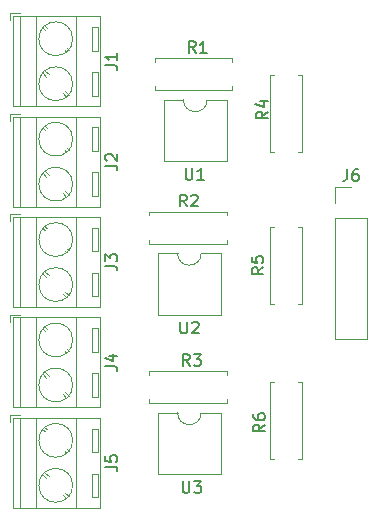
<source format=gbr>
%TF.GenerationSoftware,KiCad,Pcbnew,(5.1.10)-1*%
%TF.CreationDate,2022-01-14T08:13:24+01:00*%
%TF.ProjectId,SimpleGRBLEndSwich,53696d70-6c65-4475-9242-4c456e645377,rev?*%
%TF.SameCoordinates,PX4a62f80PY57bcf00*%
%TF.FileFunction,Legend,Top*%
%TF.FilePolarity,Positive*%
%FSLAX46Y46*%
G04 Gerber Fmt 4.6, Leading zero omitted, Abs format (unit mm)*
G04 Created by KiCad (PCBNEW (5.1.10)-1) date 2022-01-14 08:13:24*
%MOMM*%
%LPD*%
G01*
G04 APERTURE LIST*
%ADD10C,0.120000*%
%ADD11C,0.150000*%
G04 APERTURE END LIST*
D10*
%TO.C,U2*%
X27960000Y23330000D02*
X26310000Y23330000D01*
X27960000Y18130000D02*
X27960000Y23330000D01*
X22660000Y18130000D02*
X27960000Y18130000D01*
X22660000Y23330000D02*
X22660000Y18130000D01*
X24310000Y23330000D02*
X22660000Y23330000D01*
X26310000Y23330000D02*
G75*
G02*
X24310000Y23330000I-1000000J0D01*
G01*
%TO.C,U3*%
X27960000Y9830000D02*
X26310000Y9830000D01*
X27960000Y4630000D02*
X27960000Y9830000D01*
X22660000Y4630000D02*
X27960000Y4630000D01*
X22660000Y9830000D02*
X22660000Y4630000D01*
X24310000Y9830000D02*
X22660000Y9830000D01*
X26310000Y9830000D02*
G75*
G02*
X24310000Y9830000I-1000000J0D01*
G01*
%TO.C,U1*%
X28460000Y36330000D02*
X26810000Y36330000D01*
X28460000Y31130000D02*
X28460000Y36330000D01*
X23160000Y31130000D02*
X28460000Y31130000D01*
X23160000Y36330000D02*
X23160000Y31130000D01*
X24810000Y36330000D02*
X23160000Y36330000D01*
X26810000Y36330000D02*
G75*
G02*
X24810000Y36330000I-1000000J0D01*
G01*
%TO.C,R6*%
X32130000Y5920000D02*
X32460000Y5920000D01*
X32130000Y12460000D02*
X32130000Y5920000D01*
X32460000Y12460000D02*
X32130000Y12460000D01*
X34870000Y5920000D02*
X34540000Y5920000D01*
X34870000Y12460000D02*
X34870000Y5920000D01*
X34540000Y12460000D02*
X34870000Y12460000D01*
%TO.C,R5*%
X34870000Y25580000D02*
X34540000Y25580000D01*
X34870000Y19040000D02*
X34870000Y25580000D01*
X34540000Y19040000D02*
X34870000Y19040000D01*
X32130000Y25580000D02*
X32460000Y25580000D01*
X32130000Y19040000D02*
X32130000Y25580000D01*
X32460000Y19040000D02*
X32130000Y19040000D01*
%TO.C,R4*%
X32130000Y31920000D02*
X32460000Y31920000D01*
X32130000Y38460000D02*
X32130000Y31920000D01*
X32460000Y38460000D02*
X32130000Y38460000D01*
X34870000Y31920000D02*
X34540000Y31920000D01*
X34870000Y38460000D02*
X34870000Y31920000D01*
X34540000Y38460000D02*
X34870000Y38460000D01*
%TO.C,R3*%
X21920000Y13370000D02*
X21920000Y13040000D01*
X28460000Y13370000D02*
X21920000Y13370000D01*
X28460000Y13040000D02*
X28460000Y13370000D01*
X21920000Y10630000D02*
X21920000Y10960000D01*
X28460000Y10630000D02*
X21920000Y10630000D01*
X28460000Y10960000D02*
X28460000Y10630000D01*
%TO.C,R2*%
X21920000Y26870000D02*
X21920000Y26540000D01*
X28460000Y26870000D02*
X21920000Y26870000D01*
X28460000Y26540000D02*
X28460000Y26870000D01*
X21920000Y24130000D02*
X21920000Y24460000D01*
X28460000Y24130000D02*
X21920000Y24130000D01*
X28460000Y24460000D02*
X28460000Y24130000D01*
%TO.C,R1*%
X22420000Y39870000D02*
X22420000Y39540000D01*
X28960000Y39870000D02*
X22420000Y39870000D01*
X28960000Y39540000D02*
X28960000Y39870000D01*
X22420000Y37130000D02*
X22420000Y37460000D01*
X28960000Y37130000D02*
X22420000Y37130000D01*
X28960000Y37460000D02*
X28960000Y37130000D01*
%TO.C,J6*%
X37670000Y28910000D02*
X39000000Y28910000D01*
X37670000Y27580000D02*
X37670000Y28910000D01*
X37670000Y26310000D02*
X40330000Y26310000D01*
X40330000Y26310000D02*
X40330000Y16090000D01*
X37670000Y26310000D02*
X37670000Y16090000D01*
X37670000Y16090000D02*
X40330000Y16090000D01*
%TO.C,J5*%
X10100000Y9650000D02*
X10100000Y9050000D01*
X10940000Y9650000D02*
X10100000Y9650000D01*
X17600000Y2690000D02*
X17100000Y2690000D01*
X17600000Y4690000D02*
X17100000Y4690000D01*
X17100000Y4690000D02*
X17100000Y2690000D01*
X17600000Y4690000D02*
X17600000Y2690000D01*
X13389000Y4475000D02*
X13090000Y4774000D01*
X15085000Y2779000D02*
X14786000Y3079000D01*
X13214000Y4300000D02*
X12915000Y4600000D01*
X14910000Y2605000D02*
X14611000Y2904000D01*
X17600000Y6500000D02*
X17100000Y6500000D01*
X17600000Y8500000D02*
X17100000Y8500000D01*
X17100000Y8500000D02*
X17100000Y6500000D01*
X17600000Y8500000D02*
X17600000Y6500000D01*
X13229000Y8446000D02*
X13090000Y8585000D01*
X15085000Y6589000D02*
X14945000Y6729000D01*
X13055000Y8271000D02*
X12915000Y8411000D01*
X14910000Y6415000D02*
X14771000Y6555000D01*
X17760000Y1780000D02*
X10340000Y1780000D01*
X17760000Y9410000D02*
X10340000Y9410000D01*
X10340000Y9410000D02*
X10340000Y1780000D01*
X17760000Y9410000D02*
X17760000Y1780000D01*
X15700000Y9410000D02*
X15700000Y1780000D01*
X12299000Y9410000D02*
X12299000Y1780000D01*
X11000000Y9410000D02*
X11000000Y1780000D01*
X15430000Y3690000D02*
G75*
G03*
X15430000Y3690000I-1430000J0D01*
G01*
X15430000Y7500000D02*
G75*
G03*
X15430000Y7500000I-1430000J0D01*
G01*
%TO.C,J4*%
X10100000Y18150000D02*
X10100000Y17550000D01*
X10940000Y18150000D02*
X10100000Y18150000D01*
X17600000Y11190000D02*
X17100000Y11190000D01*
X17600000Y13190000D02*
X17100000Y13190000D01*
X17100000Y13190000D02*
X17100000Y11190000D01*
X17600000Y13190000D02*
X17600000Y11190000D01*
X13389000Y12975000D02*
X13090000Y13274000D01*
X15085000Y11279000D02*
X14786000Y11579000D01*
X13214000Y12800000D02*
X12915000Y13100000D01*
X14910000Y11105000D02*
X14611000Y11404000D01*
X17600000Y15000000D02*
X17100000Y15000000D01*
X17600000Y17000000D02*
X17100000Y17000000D01*
X17100000Y17000000D02*
X17100000Y15000000D01*
X17600000Y17000000D02*
X17600000Y15000000D01*
X13229000Y16946000D02*
X13090000Y17085000D01*
X15085000Y15089000D02*
X14945000Y15229000D01*
X13055000Y16771000D02*
X12915000Y16911000D01*
X14910000Y14915000D02*
X14771000Y15055000D01*
X17760000Y10280000D02*
X10340000Y10280000D01*
X17760000Y17910000D02*
X10340000Y17910000D01*
X10340000Y17910000D02*
X10340000Y10280000D01*
X17760000Y17910000D02*
X17760000Y10280000D01*
X15700000Y17910000D02*
X15700000Y10280000D01*
X12299000Y17910000D02*
X12299000Y10280000D01*
X11000000Y17910000D02*
X11000000Y10280000D01*
X15430000Y12190000D02*
G75*
G03*
X15430000Y12190000I-1430000J0D01*
G01*
X15430000Y16000000D02*
G75*
G03*
X15430000Y16000000I-1430000J0D01*
G01*
%TO.C,J2*%
X10100000Y35150000D02*
X10100000Y34550000D01*
X10940000Y35150000D02*
X10100000Y35150000D01*
X17600000Y28190000D02*
X17100000Y28190000D01*
X17600000Y30190000D02*
X17100000Y30190000D01*
X17100000Y30190000D02*
X17100000Y28190000D01*
X17600000Y30190000D02*
X17600000Y28190000D01*
X13389000Y29975000D02*
X13090000Y30274000D01*
X15085000Y28279000D02*
X14786000Y28579000D01*
X13214000Y29800000D02*
X12915000Y30100000D01*
X14910000Y28105000D02*
X14611000Y28404000D01*
X17600000Y32000000D02*
X17100000Y32000000D01*
X17600000Y34000000D02*
X17100000Y34000000D01*
X17100000Y34000000D02*
X17100000Y32000000D01*
X17600000Y34000000D02*
X17600000Y32000000D01*
X13229000Y33946000D02*
X13090000Y34085000D01*
X15085000Y32089000D02*
X14945000Y32229000D01*
X13055000Y33771000D02*
X12915000Y33911000D01*
X14910000Y31915000D02*
X14771000Y32055000D01*
X17760000Y27280000D02*
X10340000Y27280000D01*
X17760000Y34910000D02*
X10340000Y34910000D01*
X10340000Y34910000D02*
X10340000Y27280000D01*
X17760000Y34910000D02*
X17760000Y27280000D01*
X15700000Y34910000D02*
X15700000Y27280000D01*
X12299000Y34910000D02*
X12299000Y27280000D01*
X11000000Y34910000D02*
X11000000Y27280000D01*
X15430000Y29190000D02*
G75*
G03*
X15430000Y29190000I-1430000J0D01*
G01*
X15430000Y33000000D02*
G75*
G03*
X15430000Y33000000I-1430000J0D01*
G01*
%TO.C,J3*%
X10100000Y26650000D02*
X10100000Y26050000D01*
X10940000Y26650000D02*
X10100000Y26650000D01*
X17600000Y19690000D02*
X17100000Y19690000D01*
X17600000Y21690000D02*
X17100000Y21690000D01*
X17100000Y21690000D02*
X17100000Y19690000D01*
X17600000Y21690000D02*
X17600000Y19690000D01*
X13389000Y21475000D02*
X13090000Y21774000D01*
X15085000Y19779000D02*
X14786000Y20079000D01*
X13214000Y21300000D02*
X12915000Y21600000D01*
X14910000Y19605000D02*
X14611000Y19904000D01*
X17600000Y23500000D02*
X17100000Y23500000D01*
X17600000Y25500000D02*
X17100000Y25500000D01*
X17100000Y25500000D02*
X17100000Y23500000D01*
X17600000Y25500000D02*
X17600000Y23500000D01*
X13229000Y25446000D02*
X13090000Y25585000D01*
X15085000Y23589000D02*
X14945000Y23729000D01*
X13055000Y25271000D02*
X12915000Y25411000D01*
X14910000Y23415000D02*
X14771000Y23555000D01*
X17760000Y18780000D02*
X10340000Y18780000D01*
X17760000Y26410000D02*
X10340000Y26410000D01*
X10340000Y26410000D02*
X10340000Y18780000D01*
X17760000Y26410000D02*
X17760000Y18780000D01*
X15700000Y26410000D02*
X15700000Y18780000D01*
X12299000Y26410000D02*
X12299000Y18780000D01*
X11000000Y26410000D02*
X11000000Y18780000D01*
X15430000Y20690000D02*
G75*
G03*
X15430000Y20690000I-1430000J0D01*
G01*
X15430000Y24500000D02*
G75*
G03*
X15430000Y24500000I-1430000J0D01*
G01*
%TO.C,J1*%
X10100000Y43650000D02*
X10100000Y43050000D01*
X10940000Y43650000D02*
X10100000Y43650000D01*
X17600000Y36690000D02*
X17100000Y36690000D01*
X17600000Y38690000D02*
X17100000Y38690000D01*
X17100000Y38690000D02*
X17100000Y36690000D01*
X17600000Y38690000D02*
X17600000Y36690000D01*
X13389000Y38475000D02*
X13090000Y38774000D01*
X15085000Y36779000D02*
X14786000Y37079000D01*
X13214000Y38300000D02*
X12915000Y38600000D01*
X14910000Y36605000D02*
X14611000Y36904000D01*
X17600000Y40500000D02*
X17100000Y40500000D01*
X17600000Y42500000D02*
X17100000Y42500000D01*
X17100000Y42500000D02*
X17100000Y40500000D01*
X17600000Y42500000D02*
X17600000Y40500000D01*
X13229000Y42446000D02*
X13090000Y42585000D01*
X15085000Y40589000D02*
X14945000Y40729000D01*
X13055000Y42271000D02*
X12915000Y42411000D01*
X14910000Y40415000D02*
X14771000Y40555000D01*
X17760000Y35780000D02*
X10340000Y35780000D01*
X17760000Y43410000D02*
X10340000Y43410000D01*
X10340000Y43410000D02*
X10340000Y35780000D01*
X17760000Y43410000D02*
X17760000Y35780000D01*
X15700000Y43410000D02*
X15700000Y35780000D01*
X12299000Y43410000D02*
X12299000Y35780000D01*
X11000000Y43410000D02*
X11000000Y35780000D01*
X15430000Y37690000D02*
G75*
G03*
X15430000Y37690000I-1430000J0D01*
G01*
X15430000Y41500000D02*
G75*
G03*
X15430000Y41500000I-1430000J0D01*
G01*
%TO.C,U2*%
D11*
X24548095Y17547620D02*
X24548095Y16738096D01*
X24595714Y16642858D01*
X24643333Y16595239D01*
X24738571Y16547620D01*
X24929047Y16547620D01*
X25024285Y16595239D01*
X25071904Y16642858D01*
X25119523Y16738096D01*
X25119523Y17547620D01*
X25548095Y17452381D02*
X25595714Y17500000D01*
X25690952Y17547620D01*
X25929047Y17547620D01*
X26024285Y17500000D01*
X26071904Y17452381D01*
X26119523Y17357143D01*
X26119523Y17261905D01*
X26071904Y17119048D01*
X25500476Y16547620D01*
X26119523Y16547620D01*
%TO.C,U3*%
X24738095Y4047620D02*
X24738095Y3238096D01*
X24785714Y3142858D01*
X24833333Y3095239D01*
X24928571Y3047620D01*
X25119047Y3047620D01*
X25214285Y3095239D01*
X25261904Y3142858D01*
X25309523Y3238096D01*
X25309523Y4047620D01*
X25690476Y4047620D02*
X26309523Y4047620D01*
X25976190Y3666667D01*
X26119047Y3666667D01*
X26214285Y3619048D01*
X26261904Y3571429D01*
X26309523Y3476191D01*
X26309523Y3238096D01*
X26261904Y3142858D01*
X26214285Y3095239D01*
X26119047Y3047620D01*
X25833333Y3047620D01*
X25738095Y3095239D01*
X25690476Y3142858D01*
%TO.C,U1*%
X24988095Y30547620D02*
X24988095Y29738096D01*
X25035714Y29642858D01*
X25083333Y29595239D01*
X25178571Y29547620D01*
X25369047Y29547620D01*
X25464285Y29595239D01*
X25511904Y29642858D01*
X25559523Y29738096D01*
X25559523Y30547620D01*
X26559523Y29547620D02*
X25988095Y29547620D01*
X26273809Y29547620D02*
X26273809Y30547620D01*
X26178571Y30404762D01*
X26083333Y30309524D01*
X25988095Y30261905D01*
%TO.C,R6*%
X31702380Y8833334D02*
X31226190Y8500000D01*
X31702380Y8261905D02*
X30702380Y8261905D01*
X30702380Y8642858D01*
X30750000Y8738096D01*
X30797619Y8785715D01*
X30892857Y8833334D01*
X31035714Y8833334D01*
X31130952Y8785715D01*
X31178571Y8738096D01*
X31226190Y8642858D01*
X31226190Y8261905D01*
X30702380Y9690477D02*
X30702380Y9500000D01*
X30750000Y9404762D01*
X30797619Y9357143D01*
X30940476Y9261905D01*
X31130952Y9214286D01*
X31511904Y9214286D01*
X31607142Y9261905D01*
X31654761Y9309524D01*
X31702380Y9404762D01*
X31702380Y9595239D01*
X31654761Y9690477D01*
X31607142Y9738096D01*
X31511904Y9785715D01*
X31273809Y9785715D01*
X31178571Y9738096D01*
X31130952Y9690477D01*
X31083333Y9595239D01*
X31083333Y9404762D01*
X31130952Y9309524D01*
X31178571Y9261905D01*
X31273809Y9214286D01*
%TO.C,R5*%
X31582380Y22143334D02*
X31106190Y21810000D01*
X31582380Y21571905D02*
X30582380Y21571905D01*
X30582380Y21952858D01*
X30630000Y22048096D01*
X30677619Y22095715D01*
X30772857Y22143334D01*
X30915714Y22143334D01*
X31010952Y22095715D01*
X31058571Y22048096D01*
X31106190Y21952858D01*
X31106190Y21571905D01*
X30582380Y23048096D02*
X30582380Y22571905D01*
X31058571Y22524286D01*
X31010952Y22571905D01*
X30963333Y22667143D01*
X30963333Y22905239D01*
X31010952Y23000477D01*
X31058571Y23048096D01*
X31153809Y23095715D01*
X31391904Y23095715D01*
X31487142Y23048096D01*
X31534761Y23000477D01*
X31582380Y22905239D01*
X31582380Y22667143D01*
X31534761Y22571905D01*
X31487142Y22524286D01*
%TO.C,R4*%
X31952380Y35333334D02*
X31476190Y35000000D01*
X31952380Y34761905D02*
X30952380Y34761905D01*
X30952380Y35142858D01*
X31000000Y35238096D01*
X31047619Y35285715D01*
X31142857Y35333334D01*
X31285714Y35333334D01*
X31380952Y35285715D01*
X31428571Y35238096D01*
X31476190Y35142858D01*
X31476190Y34761905D01*
X31285714Y36190477D02*
X31952380Y36190477D01*
X30904761Y35952381D02*
X31619047Y35714286D01*
X31619047Y36333334D01*
%TO.C,R3*%
X25333333Y13797620D02*
X25000000Y14273810D01*
X24761904Y13797620D02*
X24761904Y14797620D01*
X25142857Y14797620D01*
X25238095Y14750000D01*
X25285714Y14702381D01*
X25333333Y14607143D01*
X25333333Y14464286D01*
X25285714Y14369048D01*
X25238095Y14321429D01*
X25142857Y14273810D01*
X24761904Y14273810D01*
X25666666Y14797620D02*
X26285714Y14797620D01*
X25952380Y14416667D01*
X26095238Y14416667D01*
X26190476Y14369048D01*
X26238095Y14321429D01*
X26285714Y14226191D01*
X26285714Y13988096D01*
X26238095Y13892858D01*
X26190476Y13845239D01*
X26095238Y13797620D01*
X25809523Y13797620D01*
X25714285Y13845239D01*
X25666666Y13892858D01*
%TO.C,R2*%
X25083333Y27297620D02*
X24750000Y27773810D01*
X24511904Y27297620D02*
X24511904Y28297620D01*
X24892857Y28297620D01*
X24988095Y28250000D01*
X25035714Y28202381D01*
X25083333Y28107143D01*
X25083333Y27964286D01*
X25035714Y27869048D01*
X24988095Y27821429D01*
X24892857Y27773810D01*
X24511904Y27773810D01*
X25464285Y28202381D02*
X25511904Y28250000D01*
X25607142Y28297620D01*
X25845238Y28297620D01*
X25940476Y28250000D01*
X25988095Y28202381D01*
X26035714Y28107143D01*
X26035714Y28011905D01*
X25988095Y27869048D01*
X25416666Y27297620D01*
X26035714Y27297620D01*
%TO.C,R1*%
X25833333Y40297620D02*
X25500000Y40773810D01*
X25261904Y40297620D02*
X25261904Y41297620D01*
X25642857Y41297620D01*
X25738095Y41250000D01*
X25785714Y41202381D01*
X25833333Y41107143D01*
X25833333Y40964286D01*
X25785714Y40869048D01*
X25738095Y40821429D01*
X25642857Y40773810D01*
X25261904Y40773810D01*
X26785714Y40297620D02*
X26214285Y40297620D01*
X26500000Y40297620D02*
X26500000Y41297620D01*
X26404761Y41154762D01*
X26309523Y41059524D01*
X26214285Y41011905D01*
%TO.C,J6*%
X38666666Y30457620D02*
X38666666Y29743334D01*
X38619047Y29600477D01*
X38523809Y29505239D01*
X38380952Y29457620D01*
X38285714Y29457620D01*
X39571428Y30457620D02*
X39380952Y30457620D01*
X39285714Y30410000D01*
X39238095Y30362381D01*
X39142857Y30219524D01*
X39095238Y30029048D01*
X39095238Y29648096D01*
X39142857Y29552858D01*
X39190476Y29505239D01*
X39285714Y29457620D01*
X39476190Y29457620D01*
X39571428Y29505239D01*
X39619047Y29552858D01*
X39666666Y29648096D01*
X39666666Y29886191D01*
X39619047Y29981429D01*
X39571428Y30029048D01*
X39476190Y30076667D01*
X39285714Y30076667D01*
X39190476Y30029048D01*
X39142857Y29981429D01*
X39095238Y29886191D01*
%TO.C,J5*%
X18212380Y5261667D02*
X18926666Y5261667D01*
X19069523Y5214048D01*
X19164761Y5118810D01*
X19212380Y4975953D01*
X19212380Y4880715D01*
X18212380Y6214048D02*
X18212380Y5737858D01*
X18688571Y5690239D01*
X18640952Y5737858D01*
X18593333Y5833096D01*
X18593333Y6071191D01*
X18640952Y6166429D01*
X18688571Y6214048D01*
X18783809Y6261667D01*
X19021904Y6261667D01*
X19117142Y6214048D01*
X19164761Y6166429D01*
X19212380Y6071191D01*
X19212380Y5833096D01*
X19164761Y5737858D01*
X19117142Y5690239D01*
%TO.C,J4*%
X18212380Y13761667D02*
X18926666Y13761667D01*
X19069523Y13714048D01*
X19164761Y13618810D01*
X19212380Y13475953D01*
X19212380Y13380715D01*
X18545714Y14666429D02*
X19212380Y14666429D01*
X18164761Y14428334D02*
X18879047Y14190239D01*
X18879047Y14809286D01*
%TO.C,J2*%
X18212380Y30761667D02*
X18926666Y30761667D01*
X19069523Y30714048D01*
X19164761Y30618810D01*
X19212380Y30475953D01*
X19212380Y30380715D01*
X18307619Y31190239D02*
X18260000Y31237858D01*
X18212380Y31333096D01*
X18212380Y31571191D01*
X18260000Y31666429D01*
X18307619Y31714048D01*
X18402857Y31761667D01*
X18498095Y31761667D01*
X18640952Y31714048D01*
X19212380Y31142620D01*
X19212380Y31761667D01*
%TO.C,J3*%
X18212380Y22261667D02*
X18926666Y22261667D01*
X19069523Y22214048D01*
X19164761Y22118810D01*
X19212380Y21975953D01*
X19212380Y21880715D01*
X18212380Y22642620D02*
X18212380Y23261667D01*
X18593333Y22928334D01*
X18593333Y23071191D01*
X18640952Y23166429D01*
X18688571Y23214048D01*
X18783809Y23261667D01*
X19021904Y23261667D01*
X19117142Y23214048D01*
X19164761Y23166429D01*
X19212380Y23071191D01*
X19212380Y22785477D01*
X19164761Y22690239D01*
X19117142Y22642620D01*
%TO.C,J1*%
X18212380Y39261667D02*
X18926666Y39261667D01*
X19069523Y39214048D01*
X19164761Y39118810D01*
X19212380Y38975953D01*
X19212380Y38880715D01*
X19212380Y40261667D02*
X19212380Y39690239D01*
X19212380Y39975953D02*
X18212380Y39975953D01*
X18355238Y39880715D01*
X18450476Y39785477D01*
X18498095Y39690239D01*
%TD*%
M02*

</source>
